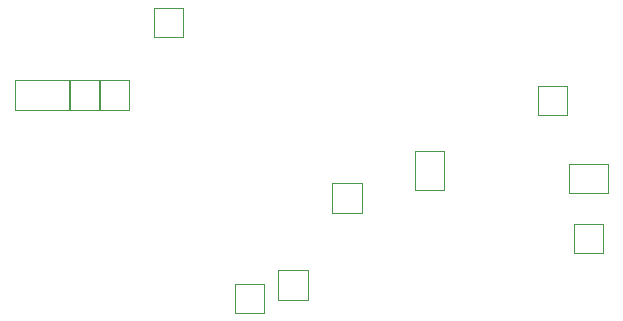
<source format=gbr>
G04 #@! TF.GenerationSoftware,KiCad,Pcbnew,9.0.0*
G04 #@! TF.CreationDate,2025-03-02T20:38:03-08:00*
G04 #@! TF.ProjectId,SuperPower-uC-KiCad,53757065-7250-46f7-9765-722d75432d4b,rev?*
G04 #@! TF.SameCoordinates,Original*
G04 #@! TF.FileFunction,Other,User*
%FSLAX46Y46*%
G04 Gerber Fmt 4.6, Leading zero omitted, Abs format (unit mm)*
G04 Created by KiCad (PCBNEW 9.0.0) date 2025-03-02 20:38:03*
%MOMM*%
%LPD*%
G01*
G04 APERTURE LIST*
%ADD10C,0.050000*%
G04 APERTURE END LIST*
D10*
X131356000Y-114796000D02*
X133856000Y-114796000D01*
X131356000Y-114796000D02*
X131356000Y-112296000D01*
X133856000Y-112296000D02*
X133856000Y-114796000D01*
X133856000Y-112296000D02*
X131356000Y-112296000D01*
X123083000Y-123297000D02*
X125583000Y-123297000D01*
X123083000Y-123297000D02*
X123083000Y-120797000D01*
X125583000Y-120797000D02*
X125583000Y-123297000D01*
X125583000Y-120797000D02*
X123083000Y-120797000D01*
X154285000Y-115717000D02*
X151785000Y-115717000D01*
X154285000Y-115717000D02*
X154285000Y-118217000D01*
X151785000Y-118217000D02*
X151785000Y-115717000D01*
X151785000Y-118217000D02*
X154285000Y-118217000D01*
X151237000Y-104033000D02*
X148737000Y-104033000D01*
X151237000Y-104033000D02*
X151237000Y-106533000D01*
X148737000Y-106533000D02*
X148737000Y-104033000D01*
X148737000Y-106533000D02*
X151237000Y-106533000D01*
X114153000Y-103588500D02*
X111653000Y-103588500D01*
X114153000Y-103588500D02*
X114153000Y-106088500D01*
X111653000Y-106088500D02*
X111653000Y-103588500D01*
X111653000Y-106088500D02*
X114153000Y-106088500D01*
X111613000Y-103588500D02*
X109113000Y-103588500D01*
X111613000Y-103588500D02*
X111613000Y-106088500D01*
X109113000Y-106088500D02*
X109113000Y-103588500D01*
X109113000Y-106088500D02*
X111613000Y-106088500D01*
X129266000Y-119654000D02*
X126766000Y-119654000D01*
X129266000Y-119654000D02*
X129266000Y-122154000D01*
X126766000Y-122154000D02*
X126766000Y-119654000D01*
X126766000Y-122154000D02*
X129266000Y-122154000D01*
X118725000Y-97429000D02*
X116225000Y-97429000D01*
X118725000Y-97429000D02*
X118725000Y-99929000D01*
X116225000Y-99929000D02*
X116225000Y-97429000D01*
X116225000Y-99929000D02*
X118725000Y-99929000D01*
X140823000Y-112917000D02*
X140823000Y-109617000D01*
X140823000Y-112917000D02*
X138323000Y-112917000D01*
X138323000Y-109617000D02*
X140823000Y-109617000D01*
X138323000Y-109617000D02*
X138323000Y-112917000D01*
X151400000Y-113137000D02*
X154700000Y-113137000D01*
X151400000Y-113137000D02*
X151400000Y-110637000D01*
X154700000Y-110637000D02*
X154700000Y-113137000D01*
X154700000Y-110637000D02*
X151400000Y-110637000D01*
X104507000Y-106088500D02*
X109107000Y-106088500D01*
X104507000Y-106088500D02*
X104507000Y-103588500D01*
X109107000Y-103588500D02*
X109107000Y-106088500D01*
X109107000Y-103588500D02*
X104507000Y-103588500D01*
M02*

</source>
